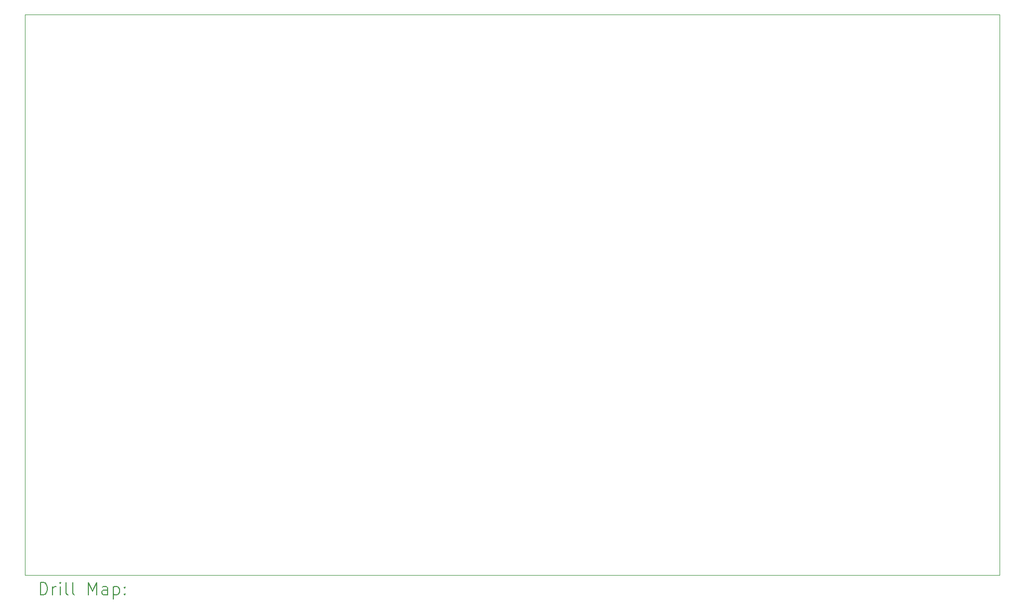
<source format=gbr>
%TF.GenerationSoftware,KiCad,Pcbnew,7.0.7*%
%TF.CreationDate,2024-06-12T19:49:13-05:00*%
%TF.ProjectId,Nabu_MEGAMAPPER,4e616275-5f4d-4454-9741-4d4150504552,rev?*%
%TF.SameCoordinates,Original*%
%TF.FileFunction,Drillmap*%
%TF.FilePolarity,Positive*%
%FSLAX45Y45*%
G04 Gerber Fmt 4.5, Leading zero omitted, Abs format (unit mm)*
G04 Created by KiCad (PCBNEW 7.0.7) date 2024-06-12 19:49:13*
%MOMM*%
%LPD*%
G01*
G04 APERTURE LIST*
%ADD10C,0.100000*%
%ADD11C,0.200000*%
G04 APERTURE END LIST*
D10*
X6985000Y-5905500D02*
X22860000Y-5905500D01*
X22860000Y-15049500D01*
X6985000Y-15049500D01*
X6985000Y-5905500D01*
D11*
X7240777Y-15365984D02*
X7240777Y-15165984D01*
X7240777Y-15165984D02*
X7288396Y-15165984D01*
X7288396Y-15165984D02*
X7316967Y-15175508D01*
X7316967Y-15175508D02*
X7336015Y-15194555D01*
X7336015Y-15194555D02*
X7345539Y-15213603D01*
X7345539Y-15213603D02*
X7355062Y-15251698D01*
X7355062Y-15251698D02*
X7355062Y-15280269D01*
X7355062Y-15280269D02*
X7345539Y-15318365D01*
X7345539Y-15318365D02*
X7336015Y-15337412D01*
X7336015Y-15337412D02*
X7316967Y-15356460D01*
X7316967Y-15356460D02*
X7288396Y-15365984D01*
X7288396Y-15365984D02*
X7240777Y-15365984D01*
X7440777Y-15365984D02*
X7440777Y-15232650D01*
X7440777Y-15270746D02*
X7450301Y-15251698D01*
X7450301Y-15251698D02*
X7459824Y-15242174D01*
X7459824Y-15242174D02*
X7478872Y-15232650D01*
X7478872Y-15232650D02*
X7497920Y-15232650D01*
X7564586Y-15365984D02*
X7564586Y-15232650D01*
X7564586Y-15165984D02*
X7555062Y-15175508D01*
X7555062Y-15175508D02*
X7564586Y-15185031D01*
X7564586Y-15185031D02*
X7574110Y-15175508D01*
X7574110Y-15175508D02*
X7564586Y-15165984D01*
X7564586Y-15165984D02*
X7564586Y-15185031D01*
X7688396Y-15365984D02*
X7669348Y-15356460D01*
X7669348Y-15356460D02*
X7659824Y-15337412D01*
X7659824Y-15337412D02*
X7659824Y-15165984D01*
X7793158Y-15365984D02*
X7774110Y-15356460D01*
X7774110Y-15356460D02*
X7764586Y-15337412D01*
X7764586Y-15337412D02*
X7764586Y-15165984D01*
X8021729Y-15365984D02*
X8021729Y-15165984D01*
X8021729Y-15165984D02*
X8088396Y-15308841D01*
X8088396Y-15308841D02*
X8155062Y-15165984D01*
X8155062Y-15165984D02*
X8155062Y-15365984D01*
X8336015Y-15365984D02*
X8336015Y-15261222D01*
X8336015Y-15261222D02*
X8326491Y-15242174D01*
X8326491Y-15242174D02*
X8307443Y-15232650D01*
X8307443Y-15232650D02*
X8269348Y-15232650D01*
X8269348Y-15232650D02*
X8250301Y-15242174D01*
X8336015Y-15356460D02*
X8316967Y-15365984D01*
X8316967Y-15365984D02*
X8269348Y-15365984D01*
X8269348Y-15365984D02*
X8250301Y-15356460D01*
X8250301Y-15356460D02*
X8240777Y-15337412D01*
X8240777Y-15337412D02*
X8240777Y-15318365D01*
X8240777Y-15318365D02*
X8250301Y-15299317D01*
X8250301Y-15299317D02*
X8269348Y-15289793D01*
X8269348Y-15289793D02*
X8316967Y-15289793D01*
X8316967Y-15289793D02*
X8336015Y-15280269D01*
X8431253Y-15232650D02*
X8431253Y-15432650D01*
X8431253Y-15242174D02*
X8450301Y-15232650D01*
X8450301Y-15232650D02*
X8488396Y-15232650D01*
X8488396Y-15232650D02*
X8507444Y-15242174D01*
X8507444Y-15242174D02*
X8516967Y-15251698D01*
X8516967Y-15251698D02*
X8526491Y-15270746D01*
X8526491Y-15270746D02*
X8526491Y-15327888D01*
X8526491Y-15327888D02*
X8516967Y-15346936D01*
X8516967Y-15346936D02*
X8507444Y-15356460D01*
X8507444Y-15356460D02*
X8488396Y-15365984D01*
X8488396Y-15365984D02*
X8450301Y-15365984D01*
X8450301Y-15365984D02*
X8431253Y-15356460D01*
X8612205Y-15346936D02*
X8621729Y-15356460D01*
X8621729Y-15356460D02*
X8612205Y-15365984D01*
X8612205Y-15365984D02*
X8602682Y-15356460D01*
X8602682Y-15356460D02*
X8612205Y-15346936D01*
X8612205Y-15346936D02*
X8612205Y-15365984D01*
X8612205Y-15242174D02*
X8621729Y-15251698D01*
X8621729Y-15251698D02*
X8612205Y-15261222D01*
X8612205Y-15261222D02*
X8602682Y-15251698D01*
X8602682Y-15251698D02*
X8612205Y-15242174D01*
X8612205Y-15242174D02*
X8612205Y-15261222D01*
M02*

</source>
